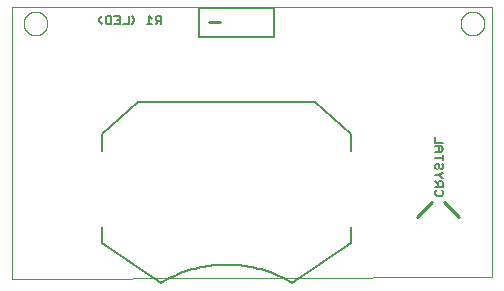
<source format=gbo>
G75*
%MOIN*%
%OFA0B0*%
%FSLAX25Y25*%
%IPPOS*%
%LPD*%
%AMOC8*
5,1,8,0,0,1.08239X$1,22.5*
%
%ADD10C,0.00000*%
%ADD11C,0.00500*%
%ADD12C,0.01000*%
%ADD13C,0.00800*%
D10*
X0005000Y0010770D02*
X0005000Y0101270D01*
X0165000Y0101270D01*
X0165000Y0011270D01*
X0005000Y0010770D01*
X0008858Y0095916D02*
X0008860Y0096041D01*
X0008866Y0096166D01*
X0008876Y0096290D01*
X0008890Y0096414D01*
X0008907Y0096538D01*
X0008929Y0096661D01*
X0008955Y0096783D01*
X0008984Y0096905D01*
X0009017Y0097025D01*
X0009055Y0097144D01*
X0009095Y0097263D01*
X0009140Y0097379D01*
X0009188Y0097494D01*
X0009240Y0097608D01*
X0009296Y0097720D01*
X0009355Y0097830D01*
X0009417Y0097938D01*
X0009483Y0098045D01*
X0009552Y0098149D01*
X0009625Y0098250D01*
X0009700Y0098350D01*
X0009779Y0098447D01*
X0009861Y0098541D01*
X0009946Y0098633D01*
X0010033Y0098722D01*
X0010124Y0098808D01*
X0010217Y0098891D01*
X0010313Y0098972D01*
X0010411Y0099049D01*
X0010511Y0099123D01*
X0010614Y0099194D01*
X0010719Y0099261D01*
X0010827Y0099326D01*
X0010936Y0099386D01*
X0011047Y0099444D01*
X0011160Y0099497D01*
X0011274Y0099547D01*
X0011390Y0099594D01*
X0011507Y0099636D01*
X0011626Y0099675D01*
X0011746Y0099711D01*
X0011867Y0099742D01*
X0011989Y0099770D01*
X0012111Y0099793D01*
X0012235Y0099813D01*
X0012359Y0099829D01*
X0012483Y0099841D01*
X0012608Y0099849D01*
X0012733Y0099853D01*
X0012857Y0099853D01*
X0012982Y0099849D01*
X0013107Y0099841D01*
X0013231Y0099829D01*
X0013355Y0099813D01*
X0013479Y0099793D01*
X0013601Y0099770D01*
X0013723Y0099742D01*
X0013844Y0099711D01*
X0013964Y0099675D01*
X0014083Y0099636D01*
X0014200Y0099594D01*
X0014316Y0099547D01*
X0014430Y0099497D01*
X0014543Y0099444D01*
X0014654Y0099386D01*
X0014764Y0099326D01*
X0014871Y0099261D01*
X0014976Y0099194D01*
X0015079Y0099123D01*
X0015179Y0099049D01*
X0015277Y0098972D01*
X0015373Y0098891D01*
X0015466Y0098808D01*
X0015557Y0098722D01*
X0015644Y0098633D01*
X0015729Y0098541D01*
X0015811Y0098447D01*
X0015890Y0098350D01*
X0015965Y0098250D01*
X0016038Y0098149D01*
X0016107Y0098045D01*
X0016173Y0097938D01*
X0016235Y0097830D01*
X0016294Y0097720D01*
X0016350Y0097608D01*
X0016402Y0097494D01*
X0016450Y0097379D01*
X0016495Y0097263D01*
X0016535Y0097144D01*
X0016573Y0097025D01*
X0016606Y0096905D01*
X0016635Y0096783D01*
X0016661Y0096661D01*
X0016683Y0096538D01*
X0016700Y0096414D01*
X0016714Y0096290D01*
X0016724Y0096166D01*
X0016730Y0096041D01*
X0016732Y0095916D01*
X0016730Y0095791D01*
X0016724Y0095666D01*
X0016714Y0095542D01*
X0016700Y0095418D01*
X0016683Y0095294D01*
X0016661Y0095171D01*
X0016635Y0095049D01*
X0016606Y0094927D01*
X0016573Y0094807D01*
X0016535Y0094688D01*
X0016495Y0094569D01*
X0016450Y0094453D01*
X0016402Y0094338D01*
X0016350Y0094224D01*
X0016294Y0094112D01*
X0016235Y0094002D01*
X0016173Y0093894D01*
X0016107Y0093787D01*
X0016038Y0093683D01*
X0015965Y0093582D01*
X0015890Y0093482D01*
X0015811Y0093385D01*
X0015729Y0093291D01*
X0015644Y0093199D01*
X0015557Y0093110D01*
X0015466Y0093024D01*
X0015373Y0092941D01*
X0015277Y0092860D01*
X0015179Y0092783D01*
X0015079Y0092709D01*
X0014976Y0092638D01*
X0014871Y0092571D01*
X0014763Y0092506D01*
X0014654Y0092446D01*
X0014543Y0092388D01*
X0014430Y0092335D01*
X0014316Y0092285D01*
X0014200Y0092238D01*
X0014083Y0092196D01*
X0013964Y0092157D01*
X0013844Y0092121D01*
X0013723Y0092090D01*
X0013601Y0092062D01*
X0013479Y0092039D01*
X0013355Y0092019D01*
X0013231Y0092003D01*
X0013107Y0091991D01*
X0012982Y0091983D01*
X0012857Y0091979D01*
X0012733Y0091979D01*
X0012608Y0091983D01*
X0012483Y0091991D01*
X0012359Y0092003D01*
X0012235Y0092019D01*
X0012111Y0092039D01*
X0011989Y0092062D01*
X0011867Y0092090D01*
X0011746Y0092121D01*
X0011626Y0092157D01*
X0011507Y0092196D01*
X0011390Y0092238D01*
X0011274Y0092285D01*
X0011160Y0092335D01*
X0011047Y0092388D01*
X0010936Y0092446D01*
X0010826Y0092506D01*
X0010719Y0092571D01*
X0010614Y0092638D01*
X0010511Y0092709D01*
X0010411Y0092783D01*
X0010313Y0092860D01*
X0010217Y0092941D01*
X0010124Y0093024D01*
X0010033Y0093110D01*
X0009946Y0093199D01*
X0009861Y0093291D01*
X0009779Y0093385D01*
X0009700Y0093482D01*
X0009625Y0093582D01*
X0009552Y0093683D01*
X0009483Y0093787D01*
X0009417Y0093894D01*
X0009355Y0094002D01*
X0009296Y0094112D01*
X0009240Y0094224D01*
X0009188Y0094338D01*
X0009140Y0094453D01*
X0009095Y0094569D01*
X0009055Y0094688D01*
X0009017Y0094807D01*
X0008984Y0094927D01*
X0008955Y0095049D01*
X0008929Y0095171D01*
X0008907Y0095294D01*
X0008890Y0095418D01*
X0008876Y0095542D01*
X0008866Y0095666D01*
X0008860Y0095791D01*
X0008858Y0095916D01*
X0154528Y0095916D02*
X0154530Y0096041D01*
X0154536Y0096166D01*
X0154546Y0096290D01*
X0154560Y0096414D01*
X0154577Y0096538D01*
X0154599Y0096661D01*
X0154625Y0096783D01*
X0154654Y0096905D01*
X0154687Y0097025D01*
X0154725Y0097144D01*
X0154765Y0097263D01*
X0154810Y0097379D01*
X0154858Y0097494D01*
X0154910Y0097608D01*
X0154966Y0097720D01*
X0155025Y0097830D01*
X0155087Y0097938D01*
X0155153Y0098045D01*
X0155222Y0098149D01*
X0155295Y0098250D01*
X0155370Y0098350D01*
X0155449Y0098447D01*
X0155531Y0098541D01*
X0155616Y0098633D01*
X0155703Y0098722D01*
X0155794Y0098808D01*
X0155887Y0098891D01*
X0155983Y0098972D01*
X0156081Y0099049D01*
X0156181Y0099123D01*
X0156284Y0099194D01*
X0156389Y0099261D01*
X0156497Y0099326D01*
X0156606Y0099386D01*
X0156717Y0099444D01*
X0156830Y0099497D01*
X0156944Y0099547D01*
X0157060Y0099594D01*
X0157177Y0099636D01*
X0157296Y0099675D01*
X0157416Y0099711D01*
X0157537Y0099742D01*
X0157659Y0099770D01*
X0157781Y0099793D01*
X0157905Y0099813D01*
X0158029Y0099829D01*
X0158153Y0099841D01*
X0158278Y0099849D01*
X0158403Y0099853D01*
X0158527Y0099853D01*
X0158652Y0099849D01*
X0158777Y0099841D01*
X0158901Y0099829D01*
X0159025Y0099813D01*
X0159149Y0099793D01*
X0159271Y0099770D01*
X0159393Y0099742D01*
X0159514Y0099711D01*
X0159634Y0099675D01*
X0159753Y0099636D01*
X0159870Y0099594D01*
X0159986Y0099547D01*
X0160100Y0099497D01*
X0160213Y0099444D01*
X0160324Y0099386D01*
X0160434Y0099326D01*
X0160541Y0099261D01*
X0160646Y0099194D01*
X0160749Y0099123D01*
X0160849Y0099049D01*
X0160947Y0098972D01*
X0161043Y0098891D01*
X0161136Y0098808D01*
X0161227Y0098722D01*
X0161314Y0098633D01*
X0161399Y0098541D01*
X0161481Y0098447D01*
X0161560Y0098350D01*
X0161635Y0098250D01*
X0161708Y0098149D01*
X0161777Y0098045D01*
X0161843Y0097938D01*
X0161905Y0097830D01*
X0161964Y0097720D01*
X0162020Y0097608D01*
X0162072Y0097494D01*
X0162120Y0097379D01*
X0162165Y0097263D01*
X0162205Y0097144D01*
X0162243Y0097025D01*
X0162276Y0096905D01*
X0162305Y0096783D01*
X0162331Y0096661D01*
X0162353Y0096538D01*
X0162370Y0096414D01*
X0162384Y0096290D01*
X0162394Y0096166D01*
X0162400Y0096041D01*
X0162402Y0095916D01*
X0162400Y0095791D01*
X0162394Y0095666D01*
X0162384Y0095542D01*
X0162370Y0095418D01*
X0162353Y0095294D01*
X0162331Y0095171D01*
X0162305Y0095049D01*
X0162276Y0094927D01*
X0162243Y0094807D01*
X0162205Y0094688D01*
X0162165Y0094569D01*
X0162120Y0094453D01*
X0162072Y0094338D01*
X0162020Y0094224D01*
X0161964Y0094112D01*
X0161905Y0094002D01*
X0161843Y0093894D01*
X0161777Y0093787D01*
X0161708Y0093683D01*
X0161635Y0093582D01*
X0161560Y0093482D01*
X0161481Y0093385D01*
X0161399Y0093291D01*
X0161314Y0093199D01*
X0161227Y0093110D01*
X0161136Y0093024D01*
X0161043Y0092941D01*
X0160947Y0092860D01*
X0160849Y0092783D01*
X0160749Y0092709D01*
X0160646Y0092638D01*
X0160541Y0092571D01*
X0160433Y0092506D01*
X0160324Y0092446D01*
X0160213Y0092388D01*
X0160100Y0092335D01*
X0159986Y0092285D01*
X0159870Y0092238D01*
X0159753Y0092196D01*
X0159634Y0092157D01*
X0159514Y0092121D01*
X0159393Y0092090D01*
X0159271Y0092062D01*
X0159149Y0092039D01*
X0159025Y0092019D01*
X0158901Y0092003D01*
X0158777Y0091991D01*
X0158652Y0091983D01*
X0158527Y0091979D01*
X0158403Y0091979D01*
X0158278Y0091983D01*
X0158153Y0091991D01*
X0158029Y0092003D01*
X0157905Y0092019D01*
X0157781Y0092039D01*
X0157659Y0092062D01*
X0157537Y0092090D01*
X0157416Y0092121D01*
X0157296Y0092157D01*
X0157177Y0092196D01*
X0157060Y0092238D01*
X0156944Y0092285D01*
X0156830Y0092335D01*
X0156717Y0092388D01*
X0156606Y0092446D01*
X0156496Y0092506D01*
X0156389Y0092571D01*
X0156284Y0092638D01*
X0156181Y0092709D01*
X0156081Y0092783D01*
X0155983Y0092860D01*
X0155887Y0092941D01*
X0155794Y0093024D01*
X0155703Y0093110D01*
X0155616Y0093199D01*
X0155531Y0093291D01*
X0155449Y0093385D01*
X0155370Y0093482D01*
X0155295Y0093582D01*
X0155222Y0093683D01*
X0155153Y0093787D01*
X0155087Y0093894D01*
X0155025Y0094002D01*
X0154966Y0094112D01*
X0154910Y0094224D01*
X0154858Y0094338D01*
X0154810Y0094453D01*
X0154765Y0094569D01*
X0154725Y0094688D01*
X0154687Y0094807D01*
X0154654Y0094927D01*
X0154625Y0095049D01*
X0154599Y0095171D01*
X0154577Y0095294D01*
X0154560Y0095418D01*
X0154546Y0095542D01*
X0154536Y0095666D01*
X0154530Y0095791D01*
X0154528Y0095916D01*
D11*
X0146100Y0058001D02*
X0146100Y0056199D01*
X0148803Y0056199D01*
X0147902Y0055054D02*
X0146100Y0055054D01*
X0147452Y0055054D02*
X0147452Y0053253D01*
X0147902Y0053253D02*
X0148803Y0054153D01*
X0147902Y0055054D01*
X0147902Y0053253D02*
X0146100Y0053253D01*
X0146100Y0051207D02*
X0148803Y0051207D01*
X0148803Y0050306D02*
X0148803Y0052108D01*
X0148352Y0049161D02*
X0148803Y0048711D01*
X0148803Y0047810D01*
X0148352Y0047360D01*
X0147902Y0047360D01*
X0147452Y0047810D01*
X0147452Y0048711D01*
X0147001Y0049161D01*
X0146551Y0049161D01*
X0146100Y0048711D01*
X0146100Y0047810D01*
X0146551Y0047360D01*
X0148352Y0046215D02*
X0148803Y0046215D01*
X0148352Y0046215D02*
X0147452Y0045314D01*
X0146100Y0045314D01*
X0147452Y0045314D02*
X0148352Y0044413D01*
X0148803Y0044413D01*
X0148352Y0043268D02*
X0147452Y0043268D01*
X0147001Y0042818D01*
X0147001Y0041467D01*
X0147001Y0042367D02*
X0146100Y0043268D01*
X0146100Y0041467D02*
X0148803Y0041467D01*
X0148803Y0042818D01*
X0148352Y0043268D01*
X0148352Y0040322D02*
X0148803Y0039871D01*
X0148803Y0038970D01*
X0148352Y0038520D01*
X0146551Y0038520D01*
X0146100Y0038970D01*
X0146100Y0039871D01*
X0146551Y0040322D01*
X0054669Y0095710D02*
X0054669Y0098412D01*
X0053318Y0098412D01*
X0052867Y0097962D01*
X0052867Y0097061D01*
X0053318Y0096611D01*
X0054669Y0096611D01*
X0053768Y0096611D02*
X0052867Y0095710D01*
X0051722Y0095710D02*
X0049921Y0095710D01*
X0050822Y0095710D02*
X0050822Y0098412D01*
X0051722Y0097511D01*
X0045829Y0097511D02*
X0045829Y0096611D01*
X0044929Y0095710D01*
X0043865Y0095710D02*
X0042063Y0095710D01*
X0040918Y0095710D02*
X0039117Y0095710D01*
X0037972Y0095710D02*
X0036621Y0095710D01*
X0036170Y0096160D01*
X0036170Y0097962D01*
X0036621Y0098412D01*
X0037972Y0098412D01*
X0037972Y0095710D01*
X0040018Y0097061D02*
X0040918Y0097061D01*
X0040918Y0098412D02*
X0040918Y0095710D01*
X0043865Y0095710D02*
X0043865Y0098412D01*
X0044929Y0098412D02*
X0045829Y0097511D01*
X0040918Y0098412D02*
X0039117Y0098412D01*
X0035025Y0098412D02*
X0034125Y0097511D01*
X0034125Y0096611D01*
X0035025Y0095710D01*
D12*
X0070669Y0096309D02*
X0074213Y0096309D01*
X0140000Y0031270D02*
X0145000Y0036270D01*
X0149000Y0036270D02*
X0154000Y0031270D01*
D13*
X0118035Y0028172D02*
X0118035Y0022857D01*
X0098350Y0009471D01*
X0097471Y0009989D01*
X0096579Y0010486D01*
X0095675Y0010961D01*
X0094761Y0011414D01*
X0093835Y0011845D01*
X0092900Y0012253D01*
X0091955Y0012639D01*
X0091000Y0013002D01*
X0090037Y0013341D01*
X0089067Y0013657D01*
X0088089Y0013949D01*
X0087104Y0014218D01*
X0086113Y0014463D01*
X0085116Y0014683D01*
X0084114Y0014880D01*
X0083108Y0015052D01*
X0082098Y0015200D01*
X0081085Y0015323D01*
X0080069Y0015422D01*
X0079051Y0015496D01*
X0078031Y0015545D01*
X0077010Y0015570D01*
X0075990Y0015570D01*
X0074969Y0015545D01*
X0073949Y0015496D01*
X0072931Y0015422D01*
X0071915Y0015323D01*
X0070902Y0015200D01*
X0069892Y0015052D01*
X0068886Y0014880D01*
X0067884Y0014683D01*
X0066887Y0014463D01*
X0065896Y0014218D01*
X0064911Y0013949D01*
X0063933Y0013657D01*
X0062963Y0013341D01*
X0062000Y0013002D01*
X0061045Y0012639D01*
X0060100Y0012253D01*
X0059165Y0011845D01*
X0058239Y0011414D01*
X0057325Y0010961D01*
X0056421Y0010486D01*
X0055529Y0009989D01*
X0054650Y0009471D01*
X0034965Y0022857D01*
X0034965Y0028172D01*
X0034965Y0053369D02*
X0034965Y0059077D01*
X0046972Y0069707D01*
X0106028Y0069707D01*
X0118035Y0059077D01*
X0118035Y0053369D01*
X0092283Y0091546D02*
X0067480Y0091546D01*
X0067480Y0100994D01*
X0092283Y0100994D01*
X0092283Y0091546D01*
M02*

</source>
